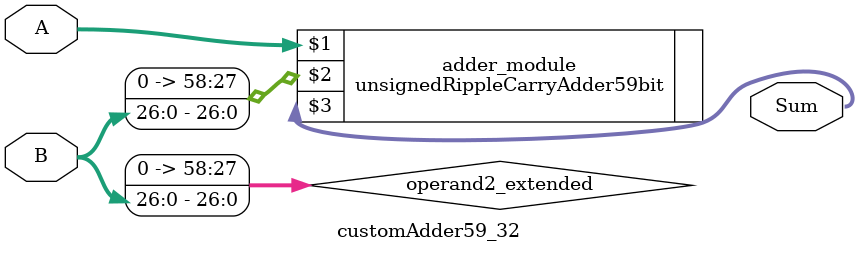
<source format=v>
module customAdder59_32(
                        input [58 : 0] A,
                        input [26 : 0] B,
                        
                        output [59 : 0] Sum
                );

        wire [58 : 0] operand2_extended;
        
        assign operand2_extended =  {32'b0, B};
        
        unsignedRippleCarryAdder59bit adder_module(
            A,
            operand2_extended,
            Sum
        );
        
        endmodule
        
</source>
